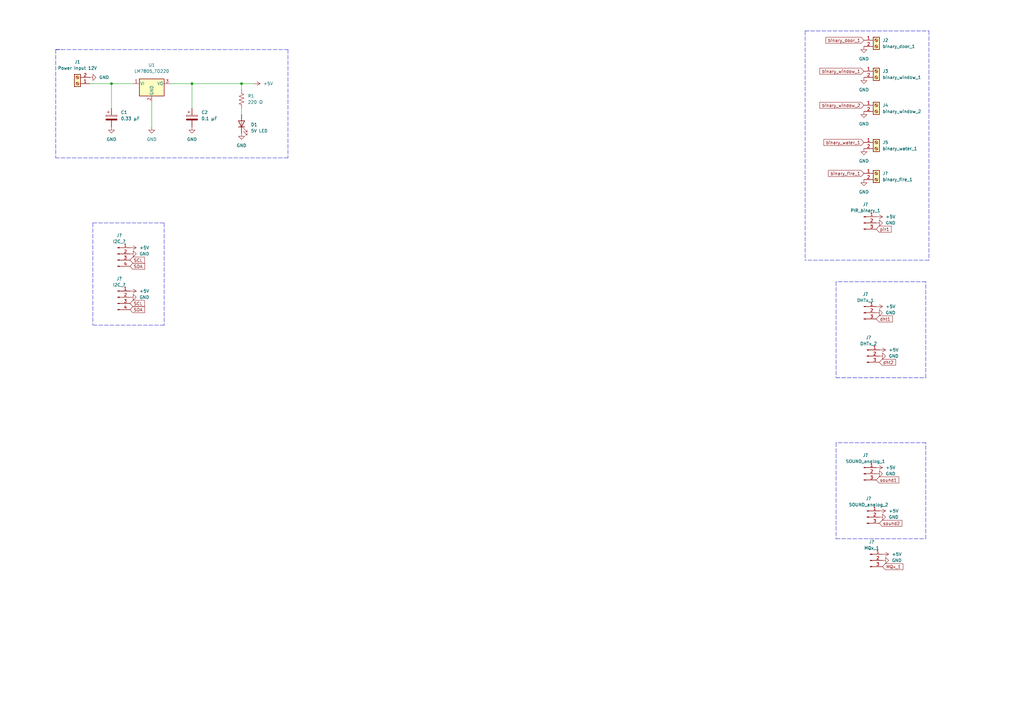
<source format=kicad_sch>
(kicad_sch (version 20211123) (generator eeschema)

  (uuid 1773c2c4-e33f-4fe4-b362-f068213ffb66)

  (paper "A3")

  (title_block
    (title "Akıllı Otel Sistemi PCB")
    (date "2022-07-22")
  )

  (lib_symbols
    (symbol "Connector:Conn_01x03_Male" (pin_names (offset 1.016) hide) (in_bom yes) (on_board yes)
      (property "Reference" "J" (id 0) (at 0 5.08 0)
        (effects (font (size 1.27 1.27)))
      )
      (property "Value" "Conn_01x03_Male" (id 1) (at 0 -5.08 0)
        (effects (font (size 1.27 1.27)))
      )
      (property "Footprint" "" (id 2) (at 0 0 0)
        (effects (font (size 1.27 1.27)) hide)
      )
      (property "Datasheet" "~" (id 3) (at 0 0 0)
        (effects (font (size 1.27 1.27)) hide)
      )
      (property "ki_keywords" "connector" (id 4) (at 0 0 0)
        (effects (font (size 1.27 1.27)) hide)
      )
      (property "ki_description" "Generic connector, single row, 01x03, script generated (kicad-library-utils/schlib/autogen/connector/)" (id 5) (at 0 0 0)
        (effects (font (size 1.27 1.27)) hide)
      )
      (property "ki_fp_filters" "Connector*:*_1x??_*" (id 6) (at 0 0 0)
        (effects (font (size 1.27 1.27)) hide)
      )
      (symbol "Conn_01x03_Male_1_1"
        (polyline
          (pts
            (xy 1.27 -2.54)
            (xy 0.8636 -2.54)
          )
          (stroke (width 0.1524) (type default) (color 0 0 0 0))
          (fill (type none))
        )
        (polyline
          (pts
            (xy 1.27 0)
            (xy 0.8636 0)
          )
          (stroke (width 0.1524) (type default) (color 0 0 0 0))
          (fill (type none))
        )
        (polyline
          (pts
            (xy 1.27 2.54)
            (xy 0.8636 2.54)
          )
          (stroke (width 0.1524) (type default) (color 0 0 0 0))
          (fill (type none))
        )
        (rectangle (start 0.8636 -2.413) (end 0 -2.667)
          (stroke (width 0.1524) (type default) (color 0 0 0 0))
          (fill (type outline))
        )
        (rectangle (start 0.8636 0.127) (end 0 -0.127)
          (stroke (width 0.1524) (type default) (color 0 0 0 0))
          (fill (type outline))
        )
        (rectangle (start 0.8636 2.667) (end 0 2.413)
          (stroke (width 0.1524) (type default) (color 0 0 0 0))
          (fill (type outline))
        )
        (pin passive line (at 5.08 2.54 180) (length 3.81)
          (name "Pin_1" (effects (font (size 1.27 1.27))))
          (number "1" (effects (font (size 1.27 1.27))))
        )
        (pin passive line (at 5.08 0 180) (length 3.81)
          (name "Pin_2" (effects (font (size 1.27 1.27))))
          (number "2" (effects (font (size 1.27 1.27))))
        )
        (pin passive line (at 5.08 -2.54 180) (length 3.81)
          (name "Pin_3" (effects (font (size 1.27 1.27))))
          (number "3" (effects (font (size 1.27 1.27))))
        )
      )
    )
    (symbol "Connector:Conn_01x04_Male" (pin_names (offset 1.016) hide) (in_bom yes) (on_board yes)
      (property "Reference" "J" (id 0) (at 0 5.08 0)
        (effects (font (size 1.27 1.27)))
      )
      (property "Value" "Conn_01x04_Male" (id 1) (at 0 -7.62 0)
        (effects (font (size 1.27 1.27)))
      )
      (property "Footprint" "" (id 2) (at 0 0 0)
        (effects (font (size 1.27 1.27)) hide)
      )
      (property "Datasheet" "~" (id 3) (at 0 0 0)
        (effects (font (size 1.27 1.27)) hide)
      )
      (property "ki_keywords" "connector" (id 4) (at 0 0 0)
        (effects (font (size 1.27 1.27)) hide)
      )
      (property "ki_description" "Generic connector, single row, 01x04, script generated (kicad-library-utils/schlib/autogen/connector/)" (id 5) (at 0 0 0)
        (effects (font (size 1.27 1.27)) hide)
      )
      (property "ki_fp_filters" "Connector*:*_1x??_*" (id 6) (at 0 0 0)
        (effects (font (size 1.27 1.27)) hide)
      )
      (symbol "Conn_01x04_Male_1_1"
        (polyline
          (pts
            (xy 1.27 -5.08)
            (xy 0.8636 -5.08)
          )
          (stroke (width 0.1524) (type default) (color 0 0 0 0))
          (fill (type none))
        )
        (polyline
          (pts
            (xy 1.27 -2.54)
            (xy 0.8636 -2.54)
          )
          (stroke (width 0.1524) (type default) (color 0 0 0 0))
          (fill (type none))
        )
        (polyline
          (pts
            (xy 1.27 0)
            (xy 0.8636 0)
          )
          (stroke (width 0.1524) (type default) (color 0 0 0 0))
          (fill (type none))
        )
        (polyline
          (pts
            (xy 1.27 2.54)
            (xy 0.8636 2.54)
          )
          (stroke (width 0.1524) (type default) (color 0 0 0 0))
          (fill (type none))
        )
        (rectangle (start 0.8636 -4.953) (end 0 -5.207)
          (stroke (width 0.1524) (type default) (color 0 0 0 0))
          (fill (type outline))
        )
        (rectangle (start 0.8636 -2.413) (end 0 -2.667)
          (stroke (width 0.1524) (type default) (color 0 0 0 0))
          (fill (type outline))
        )
        (rectangle (start 0.8636 0.127) (end 0 -0.127)
          (stroke (width 0.1524) (type default) (color 0 0 0 0))
          (fill (type outline))
        )
        (rectangle (start 0.8636 2.667) (end 0 2.413)
          (stroke (width 0.1524) (type default) (color 0 0 0 0))
          (fill (type outline))
        )
        (pin passive line (at 5.08 2.54 180) (length 3.81)
          (name "Pin_1" (effects (font (size 1.27 1.27))))
          (number "1" (effects (font (size 1.27 1.27))))
        )
        (pin passive line (at 5.08 0 180) (length 3.81)
          (name "Pin_2" (effects (font (size 1.27 1.27))))
          (number "2" (effects (font (size 1.27 1.27))))
        )
        (pin passive line (at 5.08 -2.54 180) (length 3.81)
          (name "Pin_3" (effects (font (size 1.27 1.27))))
          (number "3" (effects (font (size 1.27 1.27))))
        )
        (pin passive line (at 5.08 -5.08 180) (length 3.81)
          (name "Pin_4" (effects (font (size 1.27 1.27))))
          (number "4" (effects (font (size 1.27 1.27))))
        )
      )
    )
    (symbol "Connector:Screw_Terminal_01x02" (pin_names (offset 1.016) hide) (in_bom yes) (on_board yes)
      (property "Reference" "J" (id 0) (at 0 2.54 0)
        (effects (font (size 1.27 1.27)))
      )
      (property "Value" "Screw_Terminal_01x02" (id 1) (at 0 -5.08 0)
        (effects (font (size 1.27 1.27)))
      )
      (property "Footprint" "" (id 2) (at 0 0 0)
        (effects (font (size 1.27 1.27)) hide)
      )
      (property "Datasheet" "~" (id 3) (at 0 0 0)
        (effects (font (size 1.27 1.27)) hide)
      )
      (property "ki_keywords" "screw terminal" (id 4) (at 0 0 0)
        (effects (font (size 1.27 1.27)) hide)
      )
      (property "ki_description" "Generic screw terminal, single row, 01x02, script generated (kicad-library-utils/schlib/autogen/connector/)" (id 5) (at 0 0 0)
        (effects (font (size 1.27 1.27)) hide)
      )
      (property "ki_fp_filters" "TerminalBlock*:*" (id 6) (at 0 0 0)
        (effects (font (size 1.27 1.27)) hide)
      )
      (symbol "Screw_Terminal_01x02_1_1"
        (rectangle (start -1.27 1.27) (end 1.27 -3.81)
          (stroke (width 0.254) (type default) (color 0 0 0 0))
          (fill (type background))
        )
        (circle (center 0 -2.54) (radius 0.635)
          (stroke (width 0.1524) (type default) (color 0 0 0 0))
          (fill (type none))
        )
        (polyline
          (pts
            (xy -0.5334 -2.2098)
            (xy 0.3302 -3.048)
          )
          (stroke (width 0.1524) (type default) (color 0 0 0 0))
          (fill (type none))
        )
        (polyline
          (pts
            (xy -0.5334 0.3302)
            (xy 0.3302 -0.508)
          )
          (stroke (width 0.1524) (type default) (color 0 0 0 0))
          (fill (type none))
        )
        (polyline
          (pts
            (xy -0.3556 -2.032)
            (xy 0.508 -2.8702)
          )
          (stroke (width 0.1524) (type default) (color 0 0 0 0))
          (fill (type none))
        )
        (polyline
          (pts
            (xy -0.3556 0.508)
            (xy 0.508 -0.3302)
          )
          (stroke (width 0.1524) (type default) (color 0 0 0 0))
          (fill (type none))
        )
        (circle (center 0 0) (radius 0.635)
          (stroke (width 0.1524) (type default) (color 0 0 0 0))
          (fill (type none))
        )
        (pin passive line (at -5.08 0 0) (length 3.81)
          (name "Pin_1" (effects (font (size 1.27 1.27))))
          (number "1" (effects (font (size 1.27 1.27))))
        )
        (pin passive line (at -5.08 -2.54 0) (length 3.81)
          (name "Pin_2" (effects (font (size 1.27 1.27))))
          (number "2" (effects (font (size 1.27 1.27))))
        )
      )
    )
    (symbol "Device:C_Polarized" (pin_numbers hide) (pin_names (offset 0.254)) (in_bom yes) (on_board yes)
      (property "Reference" "C" (id 0) (at 0.635 2.54 0)
        (effects (font (size 1.27 1.27)) (justify left))
      )
      (property "Value" "C_Polarized" (id 1) (at 0.635 -2.54 0)
        (effects (font (size 1.27 1.27)) (justify left))
      )
      (property "Footprint" "" (id 2) (at 0.9652 -3.81 0)
        (effects (font (size 1.27 1.27)) hide)
      )
      (property "Datasheet" "~" (id 3) (at 0 0 0)
        (effects (font (size 1.27 1.27)) hide)
      )
      (property "ki_keywords" "cap capacitor" (id 4) (at 0 0 0)
        (effects (font (size 1.27 1.27)) hide)
      )
      (property "ki_description" "Polarized capacitor" (id 5) (at 0 0 0)
        (effects (font (size 1.27 1.27)) hide)
      )
      (property "ki_fp_filters" "CP_*" (id 6) (at 0 0 0)
        (effects (font (size 1.27 1.27)) hide)
      )
      (symbol "C_Polarized_0_1"
        (rectangle (start -2.286 0.508) (end 2.286 1.016)
          (stroke (width 0) (type default) (color 0 0 0 0))
          (fill (type none))
        )
        (polyline
          (pts
            (xy -1.778 2.286)
            (xy -0.762 2.286)
          )
          (stroke (width 0) (type default) (color 0 0 0 0))
          (fill (type none))
        )
        (polyline
          (pts
            (xy -1.27 2.794)
            (xy -1.27 1.778)
          )
          (stroke (width 0) (type default) (color 0 0 0 0))
          (fill (type none))
        )
        (rectangle (start 2.286 -0.508) (end -2.286 -1.016)
          (stroke (width 0) (type default) (color 0 0 0 0))
          (fill (type outline))
        )
      )
      (symbol "C_Polarized_1_1"
        (pin passive line (at 0 3.81 270) (length 2.794)
          (name "~" (effects (font (size 1.27 1.27))))
          (number "1" (effects (font (size 1.27 1.27))))
        )
        (pin passive line (at 0 -3.81 90) (length 2.794)
          (name "~" (effects (font (size 1.27 1.27))))
          (number "2" (effects (font (size 1.27 1.27))))
        )
      )
    )
    (symbol "Device:LED" (pin_numbers hide) (pin_names (offset 1.016) hide) (in_bom yes) (on_board yes)
      (property "Reference" "D" (id 0) (at 0 2.54 0)
        (effects (font (size 1.27 1.27)))
      )
      (property "Value" "LED" (id 1) (at 0 -2.54 0)
        (effects (font (size 1.27 1.27)))
      )
      (property "Footprint" "" (id 2) (at 0 0 0)
        (effects (font (size 1.27 1.27)) hide)
      )
      (property "Datasheet" "~" (id 3) (at 0 0 0)
        (effects (font (size 1.27 1.27)) hide)
      )
      (property "ki_keywords" "LED diode" (id 4) (at 0 0 0)
        (effects (font (size 1.27 1.27)) hide)
      )
      (property "ki_description" "Light emitting diode" (id 5) (at 0 0 0)
        (effects (font (size 1.27 1.27)) hide)
      )
      (property "ki_fp_filters" "LED* LED_SMD:* LED_THT:*" (id 6) (at 0 0 0)
        (effects (font (size 1.27 1.27)) hide)
      )
      (symbol "LED_0_1"
        (polyline
          (pts
            (xy -1.27 -1.27)
            (xy -1.27 1.27)
          )
          (stroke (width 0.254) (type default) (color 0 0 0 0))
          (fill (type none))
        )
        (polyline
          (pts
            (xy -1.27 0)
            (xy 1.27 0)
          )
          (stroke (width 0) (type default) (color 0 0 0 0))
          (fill (type none))
        )
        (polyline
          (pts
            (xy 1.27 -1.27)
            (xy 1.27 1.27)
            (xy -1.27 0)
            (xy 1.27 -1.27)
          )
          (stroke (width 0.254) (type default) (color 0 0 0 0))
          (fill (type none))
        )
        (polyline
          (pts
            (xy -3.048 -0.762)
            (xy -4.572 -2.286)
            (xy -3.81 -2.286)
            (xy -4.572 -2.286)
            (xy -4.572 -1.524)
          )
          (stroke (width 0) (type default) (color 0 0 0 0))
          (fill (type none))
        )
        (polyline
          (pts
            (xy -1.778 -0.762)
            (xy -3.302 -2.286)
            (xy -2.54 -2.286)
            (xy -3.302 -2.286)
            (xy -3.302 -1.524)
          )
          (stroke (width 0) (type default) (color 0 0 0 0))
          (fill (type none))
        )
      )
      (symbol "LED_1_1"
        (pin passive line (at -3.81 0 0) (length 2.54)
          (name "K" (effects (font (size 1.27 1.27))))
          (number "1" (effects (font (size 1.27 1.27))))
        )
        (pin passive line (at 3.81 0 180) (length 2.54)
          (name "A" (effects (font (size 1.27 1.27))))
          (number "2" (effects (font (size 1.27 1.27))))
        )
      )
    )
    (symbol "Device:R_US" (pin_numbers hide) (pin_names (offset 0)) (in_bom yes) (on_board yes)
      (property "Reference" "R" (id 0) (at 2.54 0 90)
        (effects (font (size 1.27 1.27)))
      )
      (property "Value" "R_US" (id 1) (at -2.54 0 90)
        (effects (font (size 1.27 1.27)))
      )
      (property "Footprint" "" (id 2) (at 1.016 -0.254 90)
        (effects (font (size 1.27 1.27)) hide)
      )
      (property "Datasheet" "~" (id 3) (at 0 0 0)
        (effects (font (size 1.27 1.27)) hide)
      )
      (property "ki_keywords" "R res resistor" (id 4) (at 0 0 0)
        (effects (font (size 1.27 1.27)) hide)
      )
      (property "ki_description" "Resistor, US symbol" (id 5) (at 0 0 0)
        (effects (font (size 1.27 1.27)) hide)
      )
      (property "ki_fp_filters" "R_*" (id 6) (at 0 0 0)
        (effects (font (size 1.27 1.27)) hide)
      )
      (symbol "R_US_0_1"
        (polyline
          (pts
            (xy 0 -2.286)
            (xy 0 -2.54)
          )
          (stroke (width 0) (type default) (color 0 0 0 0))
          (fill (type none))
        )
        (polyline
          (pts
            (xy 0 2.286)
            (xy 0 2.54)
          )
          (stroke (width 0) (type default) (color 0 0 0 0))
          (fill (type none))
        )
        (polyline
          (pts
            (xy 0 -0.762)
            (xy 1.016 -1.143)
            (xy 0 -1.524)
            (xy -1.016 -1.905)
            (xy 0 -2.286)
          )
          (stroke (width 0) (type default) (color 0 0 0 0))
          (fill (type none))
        )
        (polyline
          (pts
            (xy 0 0.762)
            (xy 1.016 0.381)
            (xy 0 0)
            (xy -1.016 -0.381)
            (xy 0 -0.762)
          )
          (stroke (width 0) (type default) (color 0 0 0 0))
          (fill (type none))
        )
        (polyline
          (pts
            (xy 0 2.286)
            (xy 1.016 1.905)
            (xy 0 1.524)
            (xy -1.016 1.143)
            (xy 0 0.762)
          )
          (stroke (width 0) (type default) (color 0 0 0 0))
          (fill (type none))
        )
      )
      (symbol "R_US_1_1"
        (pin passive line (at 0 3.81 270) (length 1.27)
          (name "~" (effects (font (size 1.27 1.27))))
          (number "1" (effects (font (size 1.27 1.27))))
        )
        (pin passive line (at 0 -3.81 90) (length 1.27)
          (name "~" (effects (font (size 1.27 1.27))))
          (number "2" (effects (font (size 1.27 1.27))))
        )
      )
    )
    (symbol "Regulator_Linear:LM7805_TO220" (pin_names (offset 0.254)) (in_bom yes) (on_board yes)
      (property "Reference" "U" (id 0) (at -3.81 3.175 0)
        (effects (font (size 1.27 1.27)))
      )
      (property "Value" "LM7805_TO220" (id 1) (at 0 3.175 0)
        (effects (font (size 1.27 1.27)) (justify left))
      )
      (property "Footprint" "Package_TO_SOT_THT:TO-220-3_Vertical" (id 2) (at 0 5.715 0)
        (effects (font (size 1.27 1.27) italic) hide)
      )
      (property "Datasheet" "https://www.onsemi.cn/PowerSolutions/document/MC7800-D.PDF" (id 3) (at 0 -1.27 0)
        (effects (font (size 1.27 1.27)) hide)
      )
      (property "ki_keywords" "Voltage Regulator 1A Positive" (id 4) (at 0 0 0)
        (effects (font (size 1.27 1.27)) hide)
      )
      (property "ki_description" "Positive 1A 35V Linear Regulator, Fixed Output 5V, TO-220" (id 5) (at 0 0 0)
        (effects (font (size 1.27 1.27)) hide)
      )
      (property "ki_fp_filters" "TO?220*" (id 6) (at 0 0 0)
        (effects (font (size 1.27 1.27)) hide)
      )
      (symbol "LM7805_TO220_0_1"
        (rectangle (start -5.08 1.905) (end 5.08 -5.08)
          (stroke (width 0.254) (type default) (color 0 0 0 0))
          (fill (type background))
        )
      )
      (symbol "LM7805_TO220_1_1"
        (pin power_in line (at -7.62 0 0) (length 2.54)
          (name "VI" (effects (font (size 1.27 1.27))))
          (number "1" (effects (font (size 1.27 1.27))))
        )
        (pin power_in line (at 0 -7.62 90) (length 2.54)
          (name "GND" (effects (font (size 1.27 1.27))))
          (number "2" (effects (font (size 1.27 1.27))))
        )
        (pin power_out line (at 7.62 0 180) (length 2.54)
          (name "VO" (effects (font (size 1.27 1.27))))
          (number "3" (effects (font (size 1.27 1.27))))
        )
      )
    )
    (symbol "power:+5V" (power) (pin_names (offset 0)) (in_bom yes) (on_board yes)
      (property "Reference" "#PWR" (id 0) (at 0 -3.81 0)
        (effects (font (size 1.27 1.27)) hide)
      )
      (property "Value" "+5V" (id 1) (at 0 3.556 0)
        (effects (font (size 1.27 1.27)))
      )
      (property "Footprint" "" (id 2) (at 0 0 0)
        (effects (font (size 1.27 1.27)) hide)
      )
      (property "Datasheet" "" (id 3) (at 0 0 0)
        (effects (font (size 1.27 1.27)) hide)
      )
      (property "ki_keywords" "power-flag" (id 4) (at 0 0 0)
        (effects (font (size 1.27 1.27)) hide)
      )
      (property "ki_description" "Power symbol creates a global label with name \"+5V\"" (id 5) (at 0 0 0)
        (effects (font (size 1.27 1.27)) hide)
      )
      (symbol "+5V_0_1"
        (polyline
          (pts
            (xy -0.762 1.27)
            (xy 0 2.54)
          )
          (stroke (width 0) (type default) (color 0 0 0 0))
          (fill (type none))
        )
        (polyline
          (pts
            (xy 0 0)
            (xy 0 2.54)
          )
          (stroke (width 0) (type default) (color 0 0 0 0))
          (fill (type none))
        )
        (polyline
          (pts
            (xy 0 2.54)
            (xy 0.762 1.27)
          )
          (stroke (width 0) (type default) (color 0 0 0 0))
          (fill (type none))
        )
      )
      (symbol "+5V_1_1"
        (pin power_in line (at 0 0 90) (length 0) hide
          (name "+5V" (effects (font (size 1.27 1.27))))
          (number "1" (effects (font (size 1.27 1.27))))
        )
      )
    )
    (symbol "power:GND" (power) (pin_names (offset 0)) (in_bom yes) (on_board yes)
      (property "Reference" "#PWR" (id 0) (at 0 -6.35 0)
        (effects (font (size 1.27 1.27)) hide)
      )
      (property "Value" "GND" (id 1) (at 0 -3.81 0)
        (effects (font (size 1.27 1.27)))
      )
      (property "Footprint" "" (id 2) (at 0 0 0)
        (effects (font (size 1.27 1.27)) hide)
      )
      (property "Datasheet" "" (id 3) (at 0 0 0)
        (effects (font (size 1.27 1.27)) hide)
      )
      (property "ki_keywords" "power-flag" (id 4) (at 0 0 0)
        (effects (font (size 1.27 1.27)) hide)
      )
      (property "ki_description" "Power symbol creates a global label with name \"GND\" , ground" (id 5) (at 0 0 0)
        (effects (font (size 1.27 1.27)) hide)
      )
      (symbol "GND_0_1"
        (polyline
          (pts
            (xy 0 0)
            (xy 0 -1.27)
            (xy 1.27 -1.27)
            (xy 0 -2.54)
            (xy -1.27 -1.27)
            (xy 0 -1.27)
          )
          (stroke (width 0) (type default) (color 0 0 0 0))
          (fill (type none))
        )
      )
      (symbol "GND_1_1"
        (pin power_in line (at 0 0 270) (length 0) hide
          (name "GND" (effects (font (size 1.27 1.27))))
          (number "1" (effects (font (size 1.27 1.27))))
        )
      )
    )
  )

  (junction (at 99.06 34.29) (diameter 0) (color 0 0 0 0)
    (uuid 1ae2ccd0-e479-4b25-b2b2-b9adbadaea35)
  )
  (junction (at 78.74 34.29) (diameter 0) (color 0 0 0 0)
    (uuid 69ccf0d7-b407-4399-abdf-42ea0f51be78)
  )
  (junction (at 45.72 34.29) (diameter 0) (color 0 0 0 0)
    (uuid f8406b63-487f-4371-96fa-22b00ab6e047)
  )

  (polyline (pts (xy 22.86 20.32) (xy 25.4 20.32))
    (stroke (width 0) (type default) (color 0 0 0 0))
    (uuid 00b19eb3-8c4e-4355-b8f9-954b5d52862f)
  )
  (polyline (pts (xy 118.11 20.32) (xy 118.11 64.77))
    (stroke (width 0) (type default) (color 0 0 0 0))
    (uuid 10b76613-1b13-43ce-a4fd-68538cc47d88)
  )
  (polyline (pts (xy 381 106.68) (xy 330.2 106.68))
    (stroke (width 0) (type default) (color 0 0 0 0))
    (uuid 131090aa-f8f3-49e7-8fb0-44b591e23ce1)
  )

  (wire (pts (xy 62.23 41.91) (xy 62.23 52.07))
    (stroke (width 0) (type default) (color 0 0 0 0))
    (uuid 2c7156dc-8ee0-4805-99a9-2fd79c062a44)
  )
  (wire (pts (xy 99.06 44.45) (xy 99.06 46.99))
    (stroke (width 0) (type default) (color 0 0 0 0))
    (uuid 2c99b5d6-cab9-42dd-8347-705b70073301)
  )
  (polyline (pts (xy 22.86 20.32) (xy 22.86 64.77))
    (stroke (width 0) (type default) (color 0 0 0 0))
    (uuid 2f881efa-72e4-497f-ab87-5f82271677e1)
  )
  (polyline (pts (xy 38.1 91.44) (xy 38.1 133.35))
    (stroke (width 0) (type default) (color 0 0 0 0))
    (uuid 3a633919-b1dd-4aa0-8377-f6562a0593f4)
  )

  (wire (pts (xy 99.06 34.29) (xy 104.14 34.29))
    (stroke (width 0) (type default) (color 0 0 0 0))
    (uuid 42df537f-aa64-48e4-b111-cb46638f350f)
  )
  (polyline (pts (xy 381 12.7) (xy 381 106.68))
    (stroke (width 0) (type default) (color 0 0 0 0))
    (uuid 44936b52-3812-464b-8b9c-ee6211c7d9c7)
  )
  (polyline (pts (xy 22.86 20.32) (xy 118.11 20.32))
    (stroke (width 0) (type default) (color 0 0 0 0))
    (uuid 4616f78c-017f-4980-b1b1-dba6e4e0722e)
  )

  (wire (pts (xy 78.74 34.29) (xy 99.06 34.29))
    (stroke (width 0) (type default) (color 0 0 0 0))
    (uuid 4bbddfdf-40c7-4e19-b0ad-707b4e90c71d)
  )
  (wire (pts (xy 45.72 34.29) (xy 45.72 44.45))
    (stroke (width 0) (type default) (color 0 0 0 0))
    (uuid 5e062f72-5a31-4a80-ac0c-3558293cc0dc)
  )
  (wire (pts (xy 36.83 34.29) (xy 45.72 34.29))
    (stroke (width 0) (type default) (color 0 0 0 0))
    (uuid 64b00b9e-0500-47cc-ab0b-56eed8b2d748)
  )
  (polyline (pts (xy 67.31 133.35) (xy 38.1 133.35))
    (stroke (width 0) (type default) (color 0 0 0 0))
    (uuid 716edfae-efde-405a-96af-58a9e04fc65b)
  )

  (wire (pts (xy 99.06 34.29) (xy 99.06 36.83))
    (stroke (width 0) (type default) (color 0 0 0 0))
    (uuid 71b6ff90-5a19-4411-a707-c0a09c4ef912)
  )
  (polyline (pts (xy 38.1 91.44) (xy 67.31 91.44))
    (stroke (width 0) (type default) (color 0 0 0 0))
    (uuid 7472de40-7911-423d-8379-182c3805a9ef)
  )

  (wire (pts (xy 45.72 34.29) (xy 54.61 34.29))
    (stroke (width 0) (type default) (color 0 0 0 0))
    (uuid 759939b7-92f1-404a-a68f-3b6bb0b7098b)
  )
  (polyline (pts (xy 342.9 115.57) (xy 342.9 154.94))
    (stroke (width 0) (type default) (color 0 0 0 0))
    (uuid 9fcc69d7-5d90-4e31-a33b-c6e64ce44d4c)
  )
  (polyline (pts (xy 330.2 12.7) (xy 381 12.7))
    (stroke (width 0) (type default) (color 0 0 0 0))
    (uuid a49ab376-ac2b-42d2-8bde-9a6dd43f1bce)
  )
  (polyline (pts (xy 379.73 181.61) (xy 342.9 181.61))
    (stroke (width 0) (type default) (color 0 0 0 0))
    (uuid b05d0d03-2660-44d7-b1ee-037e2d288f84)
  )
  (polyline (pts (xy 342.9 220.98) (xy 379.73 220.98))
    (stroke (width 0) (type default) (color 0 0 0 0))
    (uuid b36c58b2-8b2a-4b1f-bbaf-f5a1e9d01086)
  )

  (wire (pts (xy 78.74 44.45) (xy 78.74 34.29))
    (stroke (width 0) (type default) (color 0 0 0 0))
    (uuid d0869211-7bb4-464d-88b6-8f370432ffe5)
  )
  (polyline (pts (xy 379.73 220.98) (xy 379.73 181.61))
    (stroke (width 0) (type default) (color 0 0 0 0))
    (uuid d1f70e08-b837-4ab6-9b47-2b60668f2ab8)
  )

  (wire (pts (xy 69.85 34.29) (xy 78.74 34.29))
    (stroke (width 0) (type default) (color 0 0 0 0))
    (uuid d27a5901-7598-43b5-a1ab-5a3270e61081)
  )
  (polyline (pts (xy 342.9 154.94) (xy 379.73 154.94))
    (stroke (width 0) (type default) (color 0 0 0 0))
    (uuid d54c1e48-2032-45f8-81d8-3bc368469696)
  )
  (polyline (pts (xy 118.11 64.77) (xy 22.86 64.77))
    (stroke (width 0) (type default) (color 0 0 0 0))
    (uuid d646b33f-87f0-4fde-a52e-466bf404b6b3)
  )
  (polyline (pts (xy 67.31 91.44) (xy 67.31 133.35))
    (stroke (width 0) (type default) (color 0 0 0 0))
    (uuid dc7491db-7677-4d34-b4ba-cd98f98a9e1d)
  )
  (polyline (pts (xy 379.73 115.57) (xy 342.9 115.57))
    (stroke (width 0) (type default) (color 0 0 0 0))
    (uuid e45dbd9f-7d11-4f93-b0d7-98093b1df718)
  )
  (polyline (pts (xy 330.2 12.7) (xy 330.2 106.68))
    (stroke (width 0) (type default) (color 0 0 0 0))
    (uuid e73e8d14-f8ff-44cf-8964-8c537807ff66)
  )
  (polyline (pts (xy 379.73 154.94) (xy 379.73 115.57))
    (stroke (width 0) (type default) (color 0 0 0 0))
    (uuid ea8561b5-17e0-40ea-9276-7f5b73ca7d8a)
  )
  (polyline (pts (xy 342.9 181.61) (xy 342.9 220.98))
    (stroke (width 0) (type default) (color 0 0 0 0))
    (uuid fff7b0d5-e3a7-4c55-acc8-e3bad1ad240b)
  )

  (global_label "pir1" (shape input) (at 359.41 93.98 0) (fields_autoplaced)
    (effects (font (size 1.27 1.27)) (justify left))
    (uuid 200bd6e1-4d3b-4cca-a0ea-75e5d38440d7)
    (property "Intersheet References" "${INTERSHEET_REFS}" (id 0) (at 365.5726 93.9006 0)
      (effects (font (size 1.27 1.27)) (justify left) hide)
    )
  )
  (global_label "binary_window_2" (shape input) (at 354.33 43.18 180) (fields_autoplaced)
    (effects (font (size 1.27 1.27)) (justify right))
    (uuid 2121a73b-682d-4cfe-8d6d-8066bb6a560a)
    (property "Intersheet References" "${INTERSHEET_REFS}" (id 0) (at 336.2536 43.1006 0)
      (effects (font (size 1.27 1.27)) (justify right) hide)
    )
  )
  (global_label "binary_door_1" (shape input) (at 354.33 16.51 180) (fields_autoplaced)
    (effects (font (size 1.27 1.27)) (justify right))
    (uuid 2632e09e-848b-4944-ba0a-ce7a4a56b140)
    (property "Intersheet References" "${INTERSHEET_REFS}" (id 0) (at 338.7331 16.4306 0)
      (effects (font (size 1.27 1.27)) (justify right) hide)
    )
  )
  (global_label "binary_water_1" (shape input) (at 354.33 58.42 180) (fields_autoplaced)
    (effects (font (size 1.27 1.27)) (justify right))
    (uuid 26779e03-6d8e-4f75-99f1-aaa975552337)
    (property "Intersheet References" "${INTERSHEET_REFS}" (id 0) (at 337.8864 58.3406 0)
      (effects (font (size 1.27 1.27)) (justify right) hide)
    )
  )
  (global_label "sound1" (shape input) (at 359.41 196.85 0) (fields_autoplaced)
    (effects (font (size 1.27 1.27)) (justify left))
    (uuid 4461a221-44fc-4893-9a52-7f97576b0044)
    (property "Intersheet References" "${INTERSHEET_REFS}" (id 0) (at 368.6569 196.7706 0)
      (effects (font (size 1.27 1.27)) (justify left) hide)
    )
  )
  (global_label "SDA" (shape input) (at 53.34 127 0) (fields_autoplaced)
    (effects (font (size 1.27 1.27)) (justify left))
    (uuid 4ad2e7f0-6921-4539-80b7-68341b1356f7)
    (property "Intersheet References" "${INTERSHEET_REFS}" (id 0) (at 59.3212 126.9206 0)
      (effects (font (size 1.27 1.27)) (justify left) hide)
    )
  )
  (global_label "sound2" (shape input) (at 360.68 214.63 0) (fields_autoplaced)
    (effects (font (size 1.27 1.27)) (justify left))
    (uuid 4dbca3f8-c2d7-43b3-9c44-e19339181ae9)
    (property "Intersheet References" "${INTERSHEET_REFS}" (id 0) (at 369.9269 214.5506 0)
      (effects (font (size 1.27 1.27)) (justify left) hide)
    )
  )
  (global_label "dht2" (shape input) (at 360.68 148.59 0) (fields_autoplaced)
    (effects (font (size 1.27 1.27)) (justify left))
    (uuid 694e8936-fb25-4e7c-bb11-7acfde00b3cc)
    (property "Intersheet References" "${INTERSHEET_REFS}" (id 0) (at 367.3264 148.5106 0)
      (effects (font (size 1.27 1.27)) (justify left) hide)
    )
  )
  (global_label "binary_window_1" (shape input) (at 354.33 29.21 180) (fields_autoplaced)
    (effects (font (size 1.27 1.27)) (justify right))
    (uuid 6bee3a86-8fc0-402f-87a3-a637ae374df3)
    (property "Intersheet References" "${INTERSHEET_REFS}" (id 0) (at 336.2536 29.1306 0)
      (effects (font (size 1.27 1.27)) (justify right) hide)
    )
  )
  (global_label "SCL" (shape input) (at 53.34 124.46 0) (fields_autoplaced)
    (effects (font (size 1.27 1.27)) (justify left))
    (uuid 94ecfcff-64c7-45e1-afa3-7a4308f3f078)
    (property "Intersheet References" "${INTERSHEET_REFS}" (id 0) (at 59.2607 124.3806 0)
      (effects (font (size 1.27 1.27)) (justify left) hide)
    )
  )
  (global_label "SDA" (shape input) (at 53.34 109.22 0) (fields_autoplaced)
    (effects (font (size 1.27 1.27)) (justify left))
    (uuid ba2fdcb4-5cf9-4565-8d7b-6f9e43411ffd)
    (property "Intersheet References" "${INTERSHEET_REFS}" (id 0) (at 59.3212 109.1406 0)
      (effects (font (size 1.27 1.27)) (justify left) hide)
    )
  )
  (global_label "SCL" (shape input) (at 53.34 106.68 0) (fields_autoplaced)
    (effects (font (size 1.27 1.27)) (justify left))
    (uuid c113efaa-4e72-425e-9acb-5c7805711e65)
    (property "Intersheet References" "${INTERSHEET_REFS}" (id 0) (at 59.2607 106.6006 0)
      (effects (font (size 1.27 1.27)) (justify left) hide)
    )
  )
  (global_label "binary_fire_1" (shape input) (at 354.33 71.12 180) (fields_autoplaced)
    (effects (font (size 1.27 1.27)) (justify right))
    (uuid d6f72eac-87f0-40ea-9deb-23f261accdb0)
    (property "Intersheet References" "${INTERSHEET_REFS}" (id 0) (at 339.7612 71.0406 0)
      (effects (font (size 1.27 1.27)) (justify right) hide)
    )
  )
  (global_label "dht1" (shape input) (at 359.41 130.81 0) (fields_autoplaced)
    (effects (font (size 1.27 1.27)) (justify left))
    (uuid e9b9bd1b-77ab-409a-9ff7-c064b15359a9)
    (property "Intersheet References" "${INTERSHEET_REFS}" (id 0) (at 366.0564 130.7306 0)
      (effects (font (size 1.27 1.27)) (justify left) hide)
    )
  )
  (global_label "MQx_1" (shape input) (at 361.95 232.41 0) (fields_autoplaced)
    (effects (font (size 1.27 1.27)) (justify left))
    (uuid f860710a-accc-46c8-994e-92abc01411d9)
    (property "Intersheet References" "${INTERSHEET_REFS}" (id 0) (at 370.3502 232.3306 0)
      (effects (font (size 1.27 1.27)) (justify left) hide)
    )
  )

  (symbol (lib_id "power:GND") (at 45.72 52.07 0) (unit 1)
    (in_bom yes) (on_board yes) (fields_autoplaced)
    (uuid 0327769f-bca6-47c0-8b41-06547fc9bbc8)
    (property "Reference" "#PWR0101" (id 0) (at 45.72 58.42 0)
      (effects (font (size 1.27 1.27)) hide)
    )
    (property "Value" "GND" (id 1) (at 45.72 57.15 0))
    (property "Footprint" "" (id 2) (at 45.72 52.07 0)
      (effects (font (size 1.27 1.27)) hide)
    )
    (property "Datasheet" "" (id 3) (at 45.72 52.07 0)
      (effects (font (size 1.27 1.27)) hide)
    )
    (pin "1" (uuid 9f4a6d94-c00a-49fe-aec2-7ee68dc16618))
  )

  (symbol (lib_id "power:GND") (at 361.95 229.87 90) (unit 1)
    (in_bom yes) (on_board yes) (fields_autoplaced)
    (uuid 095be644-41ad-48d5-966f-5c4595ebf469)
    (property "Reference" "#PWR?" (id 0) (at 368.3 229.87 0)
      (effects (font (size 1.27 1.27)) hide)
    )
    (property "Value" "GND" (id 1) (at 365.76 229.8699 90)
      (effects (font (size 1.27 1.27)) (justify right))
    )
    (property "Footprint" "" (id 2) (at 361.95 229.87 0)
      (effects (font (size 1.27 1.27)) hide)
    )
    (property "Datasheet" "" (id 3) (at 361.95 229.87 0)
      (effects (font (size 1.27 1.27)) hide)
    )
    (pin "1" (uuid ef5333a8-504d-4e3e-af44-d126d8b038c5))
  )

  (symbol (lib_id "power:GND") (at 359.41 194.31 90) (unit 1)
    (in_bom yes) (on_board yes) (fields_autoplaced)
    (uuid 1e2f0539-b1dd-4788-8b20-d705c81979bd)
    (property "Reference" "#PWR?" (id 0) (at 365.76 194.31 0)
      (effects (font (size 1.27 1.27)) hide)
    )
    (property "Value" "GND" (id 1) (at 363.22 194.3099 90)
      (effects (font (size 1.27 1.27)) (justify right))
    )
    (property "Footprint" "" (id 2) (at 359.41 194.31 0)
      (effects (font (size 1.27 1.27)) hide)
    )
    (property "Datasheet" "" (id 3) (at 359.41 194.31 0)
      (effects (font (size 1.27 1.27)) hide)
    )
    (pin "1" (uuid 7516f9c4-9b90-4bfa-97bb-6c46264fa312))
  )

  (symbol (lib_id "power:+5V") (at 104.14 34.29 270) (unit 1)
    (in_bom yes) (on_board yes) (fields_autoplaced)
    (uuid 38ca0d05-e9cf-4baa-be28-bf10f8cb5221)
    (property "Reference" "#PWR0105" (id 0) (at 100.33 34.29 0)
      (effects (font (size 1.27 1.27)) hide)
    )
    (property "Value" "+5V" (id 1) (at 107.95 34.2899 90)
      (effects (font (size 1.27 1.27)) (justify left))
    )
    (property "Footprint" "" (id 2) (at 104.14 34.29 0)
      (effects (font (size 1.27 1.27)) hide)
    )
    (property "Datasheet" "" (id 3) (at 104.14 34.29 0)
      (effects (font (size 1.27 1.27)) hide)
    )
    (pin "1" (uuid 36c13ba1-6de4-480b-ab17-d5d0ea742692))
  )

  (symbol (lib_id "power:GND") (at 99.06 54.61 0) (unit 1)
    (in_bom yes) (on_board yes)
    (uuid 3a413aaf-2972-4ecf-973a-3dde2e9e8b7d)
    (property "Reference" "#PWR0107" (id 0) (at 99.06 60.96 0)
      (effects (font (size 1.27 1.27)) hide)
    )
    (property "Value" "GND" (id 1) (at 99.06 59.69 0))
    (property "Footprint" "" (id 2) (at 99.06 54.61 0)
      (effects (font (size 1.27 1.27)) hide)
    )
    (property "Datasheet" "" (id 3) (at 99.06 54.61 0)
      (effects (font (size 1.27 1.27)) hide)
    )
    (pin "1" (uuid 7a00534c-e7cf-4ff5-9a48-3a02d3104fd2))
  )

  (symbol (lib_id "power:GND") (at 36.83 31.75 90) (unit 1)
    (in_bom yes) (on_board yes) (fields_autoplaced)
    (uuid 405bbd8e-95df-497c-93b6-0a56b3ca7e5e)
    (property "Reference" "#PWR0103" (id 0) (at 43.18 31.75 0)
      (effects (font (size 1.27 1.27)) hide)
    )
    (property "Value" "GND" (id 1) (at 40.64 31.7499 90)
      (effects (font (size 1.27 1.27)) (justify right))
    )
    (property "Footprint" "" (id 2) (at 36.83 31.75 0)
      (effects (font (size 1.27 1.27)) hide)
    )
    (property "Datasheet" "" (id 3) (at 36.83 31.75 0)
      (effects (font (size 1.27 1.27)) hide)
    )
    (pin "1" (uuid 376363a6-1a0c-4685-bcb8-366c5b929631))
  )

  (symbol (lib_id "Connector:Screw_Terminal_01x02") (at 359.41 29.21 0) (unit 1)
    (in_bom yes) (on_board yes) (fields_autoplaced)
    (uuid 41739d24-9b43-45a1-be23-3df32afb991c)
    (property "Reference" "J3" (id 0) (at 361.95 29.2099 0)
      (effects (font (size 1.27 1.27)) (justify left))
    )
    (property "Value" "binary_window_1" (id 1) (at 361.95 31.7499 0)
      (effects (font (size 1.27 1.27)) (justify left))
    )
    (property "Footprint" "TerminalBlock:TerminalBlock_bornier-2_P5.08mm" (id 2) (at 359.41 29.21 0)
      (effects (font (size 1.27 1.27)) hide)
    )
    (property "Datasheet" "~" (id 3) (at 359.41 29.21 0)
      (effects (font (size 1.27 1.27)) hide)
    )
    (pin "1" (uuid d883b3b8-5d49-4405-a3e8-b0454d285c33))
    (pin "2" (uuid 60862d56-9f07-4a21-bd2d-c315d7d415ab))
  )

  (symbol (lib_id "Connector:Screw_Terminal_01x02") (at 31.75 34.29 180) (unit 1)
    (in_bom yes) (on_board yes) (fields_autoplaced)
    (uuid 46989f72-f797-48b4-8670-81391f5dbd5c)
    (property "Reference" "J1" (id 0) (at 31.75 25.4 0))
    (property "Value" "Power Input 12V" (id 1) (at 31.75 27.94 0))
    (property "Footprint" "TerminalBlock:TerminalBlock_bornier-2_P5.08mm" (id 2) (at 31.75 34.29 0)
      (effects (font (size 1.27 1.27)) hide)
    )
    (property "Datasheet" "~" (id 3) (at 31.75 34.29 0)
      (effects (font (size 1.27 1.27)) hide)
    )
    (pin "1" (uuid d3357f67-2411-4938-849a-918dbaba3e0d))
    (pin "2" (uuid dcf3b101-5c52-46ce-9170-ae087f1b0d87))
  )

  (symbol (lib_id "power:+5V") (at 359.41 125.73 270) (unit 1)
    (in_bom yes) (on_board yes) (fields_autoplaced)
    (uuid 58c810da-6a86-47d0-b271-19b6127f0370)
    (property "Reference" "#PWR?" (id 0) (at 355.6 125.73 0)
      (effects (font (size 1.27 1.27)) hide)
    )
    (property "Value" "+5V" (id 1) (at 363.22 125.7299 90)
      (effects (font (size 1.27 1.27)) (justify left))
    )
    (property "Footprint" "" (id 2) (at 359.41 125.73 0)
      (effects (font (size 1.27 1.27)) hide)
    )
    (property "Datasheet" "" (id 3) (at 359.41 125.73 0)
      (effects (font (size 1.27 1.27)) hide)
    )
    (pin "1" (uuid 5b736a89-be00-4ee2-af94-75212c82697b))
  )

  (symbol (lib_id "Connector:Screw_Terminal_01x02") (at 359.41 43.18 0) (unit 1)
    (in_bom yes) (on_board yes) (fields_autoplaced)
    (uuid 58eb984b-71a3-4820-b8f8-79e88bf38aba)
    (property "Reference" "J4" (id 0) (at 361.95 43.1799 0)
      (effects (font (size 1.27 1.27)) (justify left))
    )
    (property "Value" "binary_window_2" (id 1) (at 361.95 45.7199 0)
      (effects (font (size 1.27 1.27)) (justify left))
    )
    (property "Footprint" "TerminalBlock:TerminalBlock_bornier-2_P5.08mm" (id 2) (at 359.41 43.18 0)
      (effects (font (size 1.27 1.27)) hide)
    )
    (property "Datasheet" "~" (id 3) (at 359.41 43.18 0)
      (effects (font (size 1.27 1.27)) hide)
    )
    (pin "1" (uuid 4c35fc7b-aab7-4a31-95f9-daed089e96ec))
    (pin "2" (uuid f4b14468-cc3b-4ded-abed-341dfdce9911))
  )

  (symbol (lib_id "power:+5V") (at 53.34 101.6 270) (unit 1)
    (in_bom yes) (on_board yes) (fields_autoplaced)
    (uuid 5e185788-9a97-45ae-a066-0168fc7dc291)
    (property "Reference" "#PWR?" (id 0) (at 49.53 101.6 0)
      (effects (font (size 1.27 1.27)) hide)
    )
    (property "Value" "+5V" (id 1) (at 57.15 101.5999 90)
      (effects (font (size 1.27 1.27)) (justify left))
    )
    (property "Footprint" "" (id 2) (at 53.34 101.6 0)
      (effects (font (size 1.27 1.27)) hide)
    )
    (property "Datasheet" "" (id 3) (at 53.34 101.6 0)
      (effects (font (size 1.27 1.27)) hide)
    )
    (pin "1" (uuid 5acefd5d-f0e5-4572-822e-1e2f0a3be171))
  )

  (symbol (lib_id "Connector:Conn_01x03_Male") (at 355.6 212.09 0) (unit 1)
    (in_bom yes) (on_board yes) (fields_autoplaced)
    (uuid 61c82b57-564d-4b96-82b5-4e0cdc6cff8f)
    (property "Reference" "J?" (id 0) (at 356.235 204.47 0))
    (property "Value" "SOUND_analog_2" (id 1) (at 356.235 207.01 0))
    (property "Footprint" "" (id 2) (at 355.6 212.09 0)
      (effects (font (size 1.27 1.27)) hide)
    )
    (property "Datasheet" "~" (id 3) (at 355.6 212.09 0)
      (effects (font (size 1.27 1.27)) hide)
    )
    (pin "1" (uuid 40a70d23-ca68-4abe-9d4c-13308890b2b1))
    (pin "2" (uuid 4a79fb4a-9192-4f28-8b97-a689331387c4))
    (pin "3" (uuid 8c70999b-3217-4edb-8de2-c4462abdf32b))
  )

  (symbol (lib_id "power:GND") (at 354.33 45.72 0) (unit 1)
    (in_bom yes) (on_board yes) (fields_autoplaced)
    (uuid 66172340-8bb0-4b93-844e-d08cfc42bba5)
    (property "Reference" "#PWR0109" (id 0) (at 354.33 52.07 0)
      (effects (font (size 1.27 1.27)) hide)
    )
    (property "Value" "GND" (id 1) (at 354.33 50.8 0))
    (property "Footprint" "" (id 2) (at 354.33 45.72 0)
      (effects (font (size 1.27 1.27)) hide)
    )
    (property "Datasheet" "" (id 3) (at 354.33 45.72 0)
      (effects (font (size 1.27 1.27)) hide)
    )
    (pin "1" (uuid 8401f538-385b-4176-996e-c5377520f2c9))
  )

  (symbol (lib_id "power:+5V") (at 53.34 119.38 270) (unit 1)
    (in_bom yes) (on_board yes) (fields_autoplaced)
    (uuid 69c9bb7c-d1bd-4aa3-bc9e-7d301453052e)
    (property "Reference" "#PWR?" (id 0) (at 49.53 119.38 0)
      (effects (font (size 1.27 1.27)) hide)
    )
    (property "Value" "+5V" (id 1) (at 57.15 119.3799 90)
      (effects (font (size 1.27 1.27)) (justify left))
    )
    (property "Footprint" "" (id 2) (at 53.34 119.38 0)
      (effects (font (size 1.27 1.27)) hide)
    )
    (property "Datasheet" "" (id 3) (at 53.34 119.38 0)
      (effects (font (size 1.27 1.27)) hide)
    )
    (pin "1" (uuid cd73265e-d76a-4632-ab09-6e2abe926b45))
  )

  (symbol (lib_id "power:GND") (at 360.68 146.05 90) (unit 1)
    (in_bom yes) (on_board yes) (fields_autoplaced)
    (uuid 6d0fdc29-ede2-4579-bcd2-ced8b2ee8b01)
    (property "Reference" "#PWR?" (id 0) (at 367.03 146.05 0)
      (effects (font (size 1.27 1.27)) hide)
    )
    (property "Value" "GND" (id 1) (at 364.49 146.0499 90)
      (effects (font (size 1.27 1.27)) (justify right))
    )
    (property "Footprint" "" (id 2) (at 360.68 146.05 0)
      (effects (font (size 1.27 1.27)) hide)
    )
    (property "Datasheet" "" (id 3) (at 360.68 146.05 0)
      (effects (font (size 1.27 1.27)) hide)
    )
    (pin "1" (uuid 031a6522-8019-4366-953b-570d6d37ae9a))
  )

  (symbol (lib_id "Connector:Conn_01x03_Male") (at 356.87 229.87 0) (unit 1)
    (in_bom yes) (on_board yes) (fields_autoplaced)
    (uuid 750cd308-82f3-4202-bf55-02e5c603f395)
    (property "Reference" "J?" (id 0) (at 357.505 222.25 0))
    (property "Value" "MQx_1" (id 1) (at 357.505 224.79 0))
    (property "Footprint" "" (id 2) (at 356.87 229.87 0)
      (effects (font (size 1.27 1.27)) hide)
    )
    (property "Datasheet" "~" (id 3) (at 356.87 229.87 0)
      (effects (font (size 1.27 1.27)) hide)
    )
    (pin "1" (uuid 472f60a4-525d-4917-8d2e-76b1c4d901a1))
    (pin "2" (uuid efd4fe1d-33e7-4823-85bf-c4cac5762809))
    (pin "3" (uuid 17224e8d-a581-45f7-b74b-57998b76f441))
  )

  (symbol (lib_id "power:+5V") (at 359.41 191.77 270) (unit 1)
    (in_bom yes) (on_board yes) (fields_autoplaced)
    (uuid 7644ee8f-eca8-4308-8844-f4fb562ff2ca)
    (property "Reference" "#PWR?" (id 0) (at 355.6 191.77 0)
      (effects (font (size 1.27 1.27)) hide)
    )
    (property "Value" "+5V" (id 1) (at 363.22 191.7699 90)
      (effects (font (size 1.27 1.27)) (justify left))
    )
    (property "Footprint" "" (id 2) (at 359.41 191.77 0)
      (effects (font (size 1.27 1.27)) hide)
    )
    (property "Datasheet" "" (id 3) (at 359.41 191.77 0)
      (effects (font (size 1.27 1.27)) hide)
    )
    (pin "1" (uuid 2ff6c0a8-33c9-477a-8425-8df2b518c43e))
  )

  (symbol (lib_id "power:GND") (at 78.74 52.07 0) (unit 1)
    (in_bom yes) (on_board yes) (fields_autoplaced)
    (uuid 776bc7ab-8145-480e-b224-b0f92f00115b)
    (property "Reference" "#PWR0106" (id 0) (at 78.74 58.42 0)
      (effects (font (size 1.27 1.27)) hide)
    )
    (property "Value" "GND" (id 1) (at 78.74 57.15 0))
    (property "Footprint" "" (id 2) (at 78.74 52.07 0)
      (effects (font (size 1.27 1.27)) hide)
    )
    (property "Datasheet" "" (id 3) (at 78.74 52.07 0)
      (effects (font (size 1.27 1.27)) hide)
    )
    (pin "1" (uuid 43054ba8-240e-420c-8505-99e7f005b25f))
  )

  (symbol (lib_id "power:GND") (at 359.41 128.27 90) (unit 1)
    (in_bom yes) (on_board yes) (fields_autoplaced)
    (uuid 7ba5abd4-9ef3-46ed-b831-8b1cad73ec92)
    (property "Reference" "#PWR?" (id 0) (at 365.76 128.27 0)
      (effects (font (size 1.27 1.27)) hide)
    )
    (property "Value" "GND" (id 1) (at 363.22 128.2699 90)
      (effects (font (size 1.27 1.27)) (justify right))
    )
    (property "Footprint" "" (id 2) (at 359.41 128.27 0)
      (effects (font (size 1.27 1.27)) hide)
    )
    (property "Datasheet" "" (id 3) (at 359.41 128.27 0)
      (effects (font (size 1.27 1.27)) hide)
    )
    (pin "1" (uuid a6efe0ab-7416-49a4-aaf4-b2027ec5ad37))
  )

  (symbol (lib_id "power:GND") (at 354.33 60.96 0) (unit 1)
    (in_bom yes) (on_board yes) (fields_autoplaced)
    (uuid 7c74108d-0865-4f54-a515-7356f264e006)
    (property "Reference" "#PWR0110" (id 0) (at 354.33 67.31 0)
      (effects (font (size 1.27 1.27)) hide)
    )
    (property "Value" "GND" (id 1) (at 354.33 66.04 0))
    (property "Footprint" "" (id 2) (at 354.33 60.96 0)
      (effects (font (size 1.27 1.27)) hide)
    )
    (property "Datasheet" "" (id 3) (at 354.33 60.96 0)
      (effects (font (size 1.27 1.27)) hide)
    )
    (pin "1" (uuid 65e72bf3-f928-4ce6-82fd-62f5d9451d06))
  )

  (symbol (lib_id "power:+5V") (at 361.95 227.33 270) (unit 1)
    (in_bom yes) (on_board yes) (fields_autoplaced)
    (uuid 7c7cac8e-867a-4062-8eec-d9bd71241d6a)
    (property "Reference" "#PWR?" (id 0) (at 358.14 227.33 0)
      (effects (font (size 1.27 1.27)) hide)
    )
    (property "Value" "+5V" (id 1) (at 365.76 227.3299 90)
      (effects (font (size 1.27 1.27)) (justify left))
    )
    (property "Footprint" "" (id 2) (at 361.95 227.33 0)
      (effects (font (size 1.27 1.27)) hide)
    )
    (property "Datasheet" "" (id 3) (at 361.95 227.33 0)
      (effects (font (size 1.27 1.27)) hide)
    )
    (pin "1" (uuid 6a1e6de4-8f63-429d-9be7-6753a55a9705))
  )

  (symbol (lib_id "Connector:Conn_01x03_Male") (at 354.33 91.44 0) (unit 1)
    (in_bom yes) (on_board yes) (fields_autoplaced)
    (uuid 7dafbbb8-5031-4010-9a11-d0e6d61e9a40)
    (property "Reference" "J?" (id 0) (at 354.965 83.82 0))
    (property "Value" "PIR_binary_1" (id 1) (at 354.965 86.36 0))
    (property "Footprint" "" (id 2) (at 354.33 91.44 0)
      (effects (font (size 1.27 1.27)) hide)
    )
    (property "Datasheet" "~" (id 3) (at 354.33 91.44 0)
      (effects (font (size 1.27 1.27)) hide)
    )
    (pin "1" (uuid 87165834-1962-43d2-a38d-15c383380be6))
    (pin "2" (uuid 2b917981-ba22-4ba3-b087-6f93679771ce))
    (pin "3" (uuid f261b56b-6e7c-4f57-86a3-6eebaa19e05d))
  )

  (symbol (lib_id "power:GND") (at 53.34 104.14 90) (unit 1)
    (in_bom yes) (on_board yes)
    (uuid 8097a966-b8cf-4c0e-aae4-5708ced8a73f)
    (property "Reference" "#PWR?" (id 0) (at 59.69 104.14 0)
      (effects (font (size 1.27 1.27)) hide)
    )
    (property "Value" "GND" (id 1) (at 57.15 104.14 90)
      (effects (font (size 1.27 1.27)) (justify right))
    )
    (property "Footprint" "" (id 2) (at 53.34 104.14 0)
      (effects (font (size 1.27 1.27)) hide)
    )
    (property "Datasheet" "" (id 3) (at 53.34 104.14 0)
      (effects (font (size 1.27 1.27)) hide)
    )
    (pin "1" (uuid eaaba564-88d2-4573-8d11-d67150337b7b))
  )

  (symbol (lib_id "power:GND") (at 354.33 31.75 0) (unit 1)
    (in_bom yes) (on_board yes) (fields_autoplaced)
    (uuid 8dc17f80-baa4-445a-b5dc-44a300f6a547)
    (property "Reference" "#PWR0112" (id 0) (at 354.33 38.1 0)
      (effects (font (size 1.27 1.27)) hide)
    )
    (property "Value" "GND" (id 1) (at 354.33 36.83 0))
    (property "Footprint" "" (id 2) (at 354.33 31.75 0)
      (effects (font (size 1.27 1.27)) hide)
    )
    (property "Datasheet" "" (id 3) (at 354.33 31.75 0)
      (effects (font (size 1.27 1.27)) hide)
    )
    (pin "1" (uuid 5a888988-6a3d-47b9-a763-210615b49ba0))
  )

  (symbol (lib_id "Connector:Conn_01x03_Male") (at 354.33 194.31 0) (unit 1)
    (in_bom yes) (on_board yes) (fields_autoplaced)
    (uuid 92ad99fb-2aec-4631-847f-1997d30b9b23)
    (property "Reference" "J?" (id 0) (at 354.965 186.69 0))
    (property "Value" "SOUND_analog_1" (id 1) (at 354.965 189.23 0))
    (property "Footprint" "" (id 2) (at 354.33 194.31 0)
      (effects (font (size 1.27 1.27)) hide)
    )
    (property "Datasheet" "~" (id 3) (at 354.33 194.31 0)
      (effects (font (size 1.27 1.27)) hide)
    )
    (pin "1" (uuid 85971c70-e3c4-4b31-ae0e-5784eff00f56))
    (pin "2" (uuid 0da60549-2e3b-4e52-9479-8c81990758d2))
    (pin "3" (uuid 847ccd05-68d8-4b3b-bc5b-1e4d49dbc099))
  )

  (symbol (lib_id "Connector:Screw_Terminal_01x02") (at 359.41 16.51 0) (unit 1)
    (in_bom yes) (on_board yes) (fields_autoplaced)
    (uuid 958a049b-b7d2-4bc4-8e42-1523215438e3)
    (property "Reference" "J2" (id 0) (at 361.95 16.5099 0)
      (effects (font (size 1.27 1.27)) (justify left))
    )
    (property "Value" "binary_door_1" (id 1) (at 361.95 19.0499 0)
      (effects (font (size 1.27 1.27)) (justify left))
    )
    (property "Footprint" "TerminalBlock:TerminalBlock_bornier-2_P5.08mm" (id 2) (at 359.41 16.51 0)
      (effects (font (size 1.27 1.27)) hide)
    )
    (property "Datasheet" "~" (id 3) (at 359.41 16.51 0)
      (effects (font (size 1.27 1.27)) hide)
    )
    (pin "1" (uuid 0055e9ed-dc79-4889-b938-2e17d3ad11bb))
    (pin "2" (uuid 27c718b5-320f-4396-b3f3-401ed22a96eb))
  )

  (symbol (lib_id "Connector:Screw_Terminal_01x02") (at 359.41 58.42 0) (unit 1)
    (in_bom yes) (on_board yes) (fields_autoplaced)
    (uuid 9d27fc7a-69e2-4380-b492-f7e0a7f6b943)
    (property "Reference" "J5" (id 0) (at 361.95 58.4199 0)
      (effects (font (size 1.27 1.27)) (justify left))
    )
    (property "Value" "binary_water_1" (id 1) (at 361.95 60.9599 0)
      (effects (font (size 1.27 1.27)) (justify left))
    )
    (property "Footprint" "TerminalBlock:TerminalBlock_bornier-2_P5.08mm" (id 2) (at 359.41 58.42 0)
      (effects (font (size 1.27 1.27)) hide)
    )
    (property "Datasheet" "~" (id 3) (at 359.41 58.42 0)
      (effects (font (size 1.27 1.27)) hide)
    )
    (pin "1" (uuid 8be35af1-8803-4dcf-9a91-4afac5a5b2aa))
    (pin "2" (uuid 7c148255-5cad-4084-b853-7d6d3fbbf09c))
  )

  (symbol (lib_id "power:GND") (at 354.33 19.05 0) (unit 1)
    (in_bom yes) (on_board yes) (fields_autoplaced)
    (uuid acd94598-0cbf-4377-8b76-afea594b2a10)
    (property "Reference" "#PWR0111" (id 0) (at 354.33 25.4 0)
      (effects (font (size 1.27 1.27)) hide)
    )
    (property "Value" "GND" (id 1) (at 354.33 24.13 0))
    (property "Footprint" "" (id 2) (at 354.33 19.05 0)
      (effects (font (size 1.27 1.27)) hide)
    )
    (property "Datasheet" "" (id 3) (at 354.33 19.05 0)
      (effects (font (size 1.27 1.27)) hide)
    )
    (pin "1" (uuid 8406fc6a-c845-4e60-8f58-a03b0b7d239f))
  )

  (symbol (lib_id "Connector:Conn_01x04_Male") (at 48.26 121.92 0) (unit 1)
    (in_bom yes) (on_board yes) (fields_autoplaced)
    (uuid b26e09a6-0a2f-4343-a422-474da1733d69)
    (property "Reference" "J?" (id 0) (at 48.895 114.3 0))
    (property "Value" "I2C_?" (id 1) (at 48.895 116.84 0))
    (property "Footprint" "" (id 2) (at 48.26 121.92 0)
      (effects (font (size 1.27 1.27)) hide)
    )
    (property "Datasheet" "~" (id 3) (at 48.26 121.92 0)
      (effects (font (size 1.27 1.27)) hide)
    )
    (pin "1" (uuid 7d61c6dd-f586-426c-9d10-72dcc343ae05))
    (pin "2" (uuid debe7bfc-8f74-46b3-b42d-d2e00689b09a))
    (pin "3" (uuid bdf8799a-f312-4ef9-aec1-0f9e6c9e6779))
    (pin "4" (uuid 82b8b7d0-d2f1-49f6-b293-b0235638642e))
  )

  (symbol (lib_id "Device:C_Polarized") (at 78.74 48.26 0) (unit 1)
    (in_bom yes) (on_board yes) (fields_autoplaced)
    (uuid b2d0a635-aecb-4c24-aaf8-7b9ab688d07f)
    (property "Reference" "C2" (id 0) (at 82.55 46.1009 0)
      (effects (font (size 1.27 1.27)) (justify left))
    )
    (property "Value" "0.1 μF" (id 1) (at 82.55 48.6409 0)
      (effects (font (size 1.27 1.27)) (justify left))
    )
    (property "Footprint" "Capacitor_THT:CP_Radial_D8.0mm_P2.50mm" (id 2) (at 79.7052 52.07 0)
      (effects (font (size 1.27 1.27)) hide)
    )
    (property "Datasheet" "~" (id 3) (at 78.74 48.26 0)
      (effects (font (size 1.27 1.27)) hide)
    )
    (pin "1" (uuid 0d39816d-9104-412d-808c-498c1bc34267))
    (pin "2" (uuid b02d6e1b-fc83-461e-87e7-94b2cbd11ca4))
  )

  (symbol (lib_id "power:GND") (at 53.34 121.92 90) (unit 1)
    (in_bom yes) (on_board yes)
    (uuid b2d11569-7a45-46d6-b20a-b64b88dce5f1)
    (property "Reference" "#PWR?" (id 0) (at 59.69 121.92 0)
      (effects (font (size 1.27 1.27)) hide)
    )
    (property "Value" "GND" (id 1) (at 57.15 121.92 90)
      (effects (font (size 1.27 1.27)) (justify right))
    )
    (property "Footprint" "" (id 2) (at 53.34 121.92 0)
      (effects (font (size 1.27 1.27)) hide)
    )
    (property "Datasheet" "" (id 3) (at 53.34 121.92 0)
      (effects (font (size 1.27 1.27)) hide)
    )
    (pin "1" (uuid b85c627c-c20c-4d89-a143-ccc615807945))
  )

  (symbol (lib_id "power:GND") (at 359.41 91.44 90) (unit 1)
    (in_bom yes) (on_board yes) (fields_autoplaced)
    (uuid c43052ca-18c6-4ec9-9253-22528c2990fe)
    (property "Reference" "#PWR?" (id 0) (at 365.76 91.44 0)
      (effects (font (size 1.27 1.27)) hide)
    )
    (property "Value" "GND" (id 1) (at 363.22 91.4399 90)
      (effects (font (size 1.27 1.27)) (justify right))
    )
    (property "Footprint" "" (id 2) (at 359.41 91.44 0)
      (effects (font (size 1.27 1.27)) hide)
    )
    (property "Datasheet" "" (id 3) (at 359.41 91.44 0)
      (effects (font (size 1.27 1.27)) hide)
    )
    (pin "1" (uuid ce5364b5-a98a-4891-90db-2d9f69f342dd))
  )

  (symbol (lib_id "Connector:Conn_01x03_Male") (at 354.33 128.27 0) (unit 1)
    (in_bom yes) (on_board yes) (fields_autoplaced)
    (uuid c60fa3cb-c7f7-4467-8f51-750cdc68db50)
    (property "Reference" "J?" (id 0) (at 354.965 120.65 0))
    (property "Value" "DHTx_1" (id 1) (at 354.965 123.19 0))
    (property "Footprint" "" (id 2) (at 354.33 128.27 0)
      (effects (font (size 1.27 1.27)) hide)
    )
    (property "Datasheet" "~" (id 3) (at 354.33 128.27 0)
      (effects (font (size 1.27 1.27)) hide)
    )
    (pin "1" (uuid b7cc9597-070d-4da7-9c5d-9efafc644915))
    (pin "2" (uuid 980151d4-a9ce-4d37-9d17-f0913b17ff83))
    (pin "3" (uuid 6e502834-9622-4984-b215-e8ac8cb0e3d6))
  )

  (symbol (lib_id "power:+5V") (at 360.68 143.51 270) (unit 1)
    (in_bom yes) (on_board yes) (fields_autoplaced)
    (uuid d4dca9c3-44d7-4d4c-a77e-11407db7a016)
    (property "Reference" "#PWR?" (id 0) (at 356.87 143.51 0)
      (effects (font (size 1.27 1.27)) hide)
    )
    (property "Value" "+5V" (id 1) (at 364.49 143.5099 90)
      (effects (font (size 1.27 1.27)) (justify left))
    )
    (property "Footprint" "" (id 2) (at 360.68 143.51 0)
      (effects (font (size 1.27 1.27)) hide)
    )
    (property "Datasheet" "" (id 3) (at 360.68 143.51 0)
      (effects (font (size 1.27 1.27)) hide)
    )
    (pin "1" (uuid 349a7e97-f826-465a-845e-d32c04b6fc86))
  )

  (symbol (lib_id "power:GND") (at 354.33 73.66 0) (unit 1)
    (in_bom yes) (on_board yes) (fields_autoplaced)
    (uuid d8830047-cdb3-4fb0-ba01-585b3e19e0d4)
    (property "Reference" "#PWR?" (id 0) (at 354.33 80.01 0)
      (effects (font (size 1.27 1.27)) hide)
    )
    (property "Value" "GND" (id 1) (at 354.33 78.74 0))
    (property "Footprint" "" (id 2) (at 354.33 73.66 0)
      (effects (font (size 1.27 1.27)) hide)
    )
    (property "Datasheet" "" (id 3) (at 354.33 73.66 0)
      (effects (font (size 1.27 1.27)) hide)
    )
    (pin "1" (uuid c177eae0-8464-4933-b4bf-47c05e0c7483))
  )

  (symbol (lib_id "Connector:Conn_01x04_Male") (at 48.26 104.14 0) (unit 1)
    (in_bom yes) (on_board yes) (fields_autoplaced)
    (uuid d8db2d13-23a1-4790-81ee-2ff3946219aa)
    (property "Reference" "J?" (id 0) (at 48.895 96.52 0))
    (property "Value" "I2C_?" (id 1) (at 48.895 99.06 0))
    (property "Footprint" "" (id 2) (at 48.26 104.14 0)
      (effects (font (size 1.27 1.27)) hide)
    )
    (property "Datasheet" "~" (id 3) (at 48.26 104.14 0)
      (effects (font (size 1.27 1.27)) hide)
    )
    (pin "1" (uuid d2df1ad6-7014-45a7-87a2-93fe5e93552f))
    (pin "2" (uuid 399be5d5-b51a-4de2-9899-1ce9a75a65bb))
    (pin "3" (uuid 15335d6a-7371-40d9-9e95-3261ed0ebeb4))
    (pin "4" (uuid 988ee2c2-b00a-40ef-8148-4025548194ed))
  )

  (symbol (lib_id "Connector:Screw_Terminal_01x02") (at 359.41 71.12 0) (unit 1)
    (in_bom yes) (on_board yes) (fields_autoplaced)
    (uuid d906df26-9434-46cd-b9c4-a0e1d7f4e45b)
    (property "Reference" "J?" (id 0) (at 361.95 71.1199 0)
      (effects (font (size 1.27 1.27)) (justify left))
    )
    (property "Value" "binary_fire_1" (id 1) (at 361.95 73.6599 0)
      (effects (font (size 1.27 1.27)) (justify left))
    )
    (property "Footprint" "TerminalBlock:TerminalBlock_bornier-2_P5.08mm" (id 2) (at 359.41 71.12 0)
      (effects (font (size 1.27 1.27)) hide)
    )
    (property "Datasheet" "~" (id 3) (at 359.41 71.12 0)
      (effects (font (size 1.27 1.27)) hide)
    )
    (pin "1" (uuid 5b80b8bc-ad45-4a5e-a8ac-46dde5a0fe75))
    (pin "2" (uuid 70f54e0a-b948-42b7-b8ee-3706e47addbd))
  )

  (symbol (lib_id "power:GND") (at 360.68 212.09 90) (unit 1)
    (in_bom yes) (on_board yes) (fields_autoplaced)
    (uuid d9a855ae-ed52-42d6-bd52-ee5349719a81)
    (property "Reference" "#PWR?" (id 0) (at 367.03 212.09 0)
      (effects (font (size 1.27 1.27)) hide)
    )
    (property "Value" "GND" (id 1) (at 364.49 212.0899 90)
      (effects (font (size 1.27 1.27)) (justify right))
    )
    (property "Footprint" "" (id 2) (at 360.68 212.09 0)
      (effects (font (size 1.27 1.27)) hide)
    )
    (property "Datasheet" "" (id 3) (at 360.68 212.09 0)
      (effects (font (size 1.27 1.27)) hide)
    )
    (pin "1" (uuid 0faba4a3-4989-47fb-8e92-2aee5f67e205))
  )

  (symbol (lib_id "power:+5V") (at 360.68 209.55 270) (unit 1)
    (in_bom yes) (on_board yes) (fields_autoplaced)
    (uuid dcd0bf57-f8ab-4174-bfdb-af64e28ba712)
    (property "Reference" "#PWR?" (id 0) (at 356.87 209.55 0)
      (effects (font (size 1.27 1.27)) hide)
    )
    (property "Value" "+5V" (id 1) (at 364.49 209.5499 90)
      (effects (font (size 1.27 1.27)) (justify left))
    )
    (property "Footprint" "" (id 2) (at 360.68 209.55 0)
      (effects (font (size 1.27 1.27)) hide)
    )
    (property "Datasheet" "" (id 3) (at 360.68 209.55 0)
      (effects (font (size 1.27 1.27)) hide)
    )
    (pin "1" (uuid 928c1b88-672c-4ef2-8a8c-f67e63996408))
  )

  (symbol (lib_id "Device:R_US") (at 99.06 40.64 0) (unit 1)
    (in_bom yes) (on_board yes) (fields_autoplaced)
    (uuid de040a72-1e74-4fe2-86d6-2aace2ad2949)
    (property "Reference" "R1" (id 0) (at 101.6 39.3699 0)
      (effects (font (size 1.27 1.27)) (justify left))
    )
    (property "Value" "220 Ω" (id 1) (at 101.6 41.9099 0)
      (effects (font (size 1.27 1.27)) (justify left))
    )
    (property "Footprint" "Resistor_THT:R_Axial_DIN0309_L9.0mm_D3.2mm_P12.70mm_Horizontal" (id 2) (at 100.076 40.894 90)
      (effects (font (size 1.27 1.27)) hide)
    )
    (property "Datasheet" "~" (id 3) (at 99.06 40.64 0)
      (effects (font (size 1.27 1.27)) hide)
    )
    (pin "1" (uuid 54c86a38-10d9-40b6-bf92-c5422143be40))
    (pin "2" (uuid 8d464ca4-1670-4606-ad04-c0f4fae05dff))
  )

  (symbol (lib_id "Device:C_Polarized") (at 45.72 48.26 0) (unit 1)
    (in_bom yes) (on_board yes) (fields_autoplaced)
    (uuid e6cb5e8b-f455-4493-91fe-9f984578d505)
    (property "Reference" "C1" (id 0) (at 49.53 46.1009 0)
      (effects (font (size 1.27 1.27)) (justify left))
    )
    (property "Value" " 0.33 μF" (id 1) (at 49.53 48.6409 0)
      (effects (font (size 1.27 1.27)) (justify left))
    )
    (property "Footprint" "Capacitor_THT:CP_Radial_D8.0mm_P2.50mm" (id 2) (at 46.6852 52.07 0)
      (effects (font (size 1.27 1.27)) hide)
    )
    (property "Datasheet" "~" (id 3) (at 45.72 48.26 0)
      (effects (font (size 1.27 1.27)) hide)
    )
    (pin "1" (uuid fbb0eaf0-abef-4717-b8cd-18ccb0f15ff5))
    (pin "2" (uuid 08377588-f581-4250-908c-1b445be8e8c8))
  )

  (symbol (lib_id "power:GND") (at 62.23 52.07 0) (unit 1)
    (in_bom yes) (on_board yes) (fields_autoplaced)
    (uuid eb6df06c-6705-476e-af2d-965c2748423b)
    (property "Reference" "#PWR0102" (id 0) (at 62.23 58.42 0)
      (effects (font (size 1.27 1.27)) hide)
    )
    (property "Value" "GND" (id 1) (at 62.23 57.15 0))
    (property "Footprint" "" (id 2) (at 62.23 52.07 0)
      (effects (font (size 1.27 1.27)) hide)
    )
    (property "Datasheet" "" (id 3) (at 62.23 52.07 0)
      (effects (font (size 1.27 1.27)) hide)
    )
    (pin "1" (uuid 52f4378a-f58c-41a4-b882-e9b3d62acd27))
  )

  (symbol (lib_id "power:+5V") (at 359.41 88.9 270) (unit 1)
    (in_bom yes) (on_board yes) (fields_autoplaced)
    (uuid f37cf55b-7f95-4b7f-9943-8174fb824e6e)
    (property "Reference" "#PWR?" (id 0) (at 355.6 88.9 0)
      (effects (font (size 1.27 1.27)) hide)
    )
    (property "Value" "+5V" (id 1) (at 363.22 88.8999 90)
      (effects (font (size 1.27 1.27)) (justify left))
    )
    (property "Footprint" "" (id 2) (at 359.41 88.9 0)
      (effects (font (size 1.27 1.27)) hide)
    )
    (property "Datasheet" "" (id 3) (at 359.41 88.9 0)
      (effects (font (size 1.27 1.27)) hide)
    )
    (pin "1" (uuid 5a97ff9d-60f0-4b0d-8044-06d8c77110ca))
  )

  (symbol (lib_id "Regulator_Linear:LM7805_TO220") (at 62.23 34.29 0) (unit 1)
    (in_bom yes) (on_board yes) (fields_autoplaced)
    (uuid fc1cf6dd-d9c9-4607-be72-263e44f8fa5b)
    (property "Reference" "U1" (id 0) (at 62.23 26.67 0))
    (property "Value" "LM7805_TO220" (id 1) (at 62.23 29.21 0))
    (property "Footprint" "Package_TO_SOT_THT:TO-220-3_Vertical" (id 2) (at 62.23 28.575 0)
      (effects (font (size 1.27 1.27) italic) hide)
    )
    (property "Datasheet" "https://www.onsemi.cn/PowerSolutions/document/MC7800-D.PDF" (id 3) (at 62.23 35.56 0)
      (effects (font (size 1.27 1.27)) hide)
    )
    (pin "1" (uuid 6fade348-9f4a-4c9f-9b9c-9abf53d11f17))
    (pin "2" (uuid 118a7a6f-ae87-4e75-ad2d-d076ce79f155))
    (pin "3" (uuid ac209853-b7f1-4f60-8318-c8faba7defb7))
  )

  (symbol (lib_id "Device:LED") (at 99.06 50.8 90) (unit 1)
    (in_bom yes) (on_board yes) (fields_autoplaced)
    (uuid fe4d7e08-cba4-41f3-bc5a-a87a781a5455)
    (property "Reference" "D1" (id 0) (at 102.87 51.1174 90)
      (effects (font (size 1.27 1.27)) (justify right))
    )
    (property "Value" "5V LED" (id 1) (at 102.87 53.6574 90)
      (effects (font (size 1.27 1.27)) (justify right))
    )
    (property "Footprint" "LED_THT:LED_D5.0mm" (id 2) (at 99.06 50.8 0)
      (effects (font (size 1.27 1.27)) hide)
    )
    (property "Datasheet" "~" (id 3) (at 99.06 50.8 0)
      (effects (font (size 1.27 1.27)) hide)
    )
    (pin "1" (uuid 504a8767-f71d-4d2d-b36b-825b3d030284))
    (pin "2" (uuid 1531af79-05c5-41c1-b568-78b25d3d2870))
  )

  (symbol (lib_id "Connector:Conn_01x03_Male") (at 355.6 146.05 0) (unit 1)
    (in_bom yes) (on_board yes) (fields_autoplaced)
    (uuid ff14dab6-c4df-4200-8620-b587e1696a8c)
    (property "Reference" "J?" (id 0) (at 356.235 138.43 0))
    (property "Value" "DHTx_2" (id 1) (at 356.235 140.97 0))
    (property "Footprint" "" (id 2) (at 355.6 146.05 0)
      (effects (font (size 1.27 1.27)) hide)
    )
    (property "Datasheet" "~" (id 3) (at 355.6 146.05 0)
      (effects (font (size 1.27 1.27)) hide)
    )
    (pin "1" (uuid 7bc1dd46-1e06-49cc-942e-c6fa17cebff6))
    (pin "2" (uuid c92d5eec-30ca-4ea8-a41d-457b62753d55))
    (pin "3" (uuid 0597de71-4f9c-4705-97a0-9c5f7ad5a5d9))
  )

  (sheet_instances
    (path "/" (page "1"))
  )

  (symbol_instances
    (path "/0327769f-bca6-47c0-8b41-06547fc9bbc8"
      (reference "#PWR0101") (unit 1) (value "GND") (footprint "")
    )
    (path "/eb6df06c-6705-476e-af2d-965c2748423b"
      (reference "#PWR0102") (unit 1) (value "GND") (footprint "")
    )
    (path "/405bbd8e-95df-497c-93b6-0a56b3ca7e5e"
      (reference "#PWR0103") (unit 1) (value "GND") (footprint "")
    )
    (path "/38ca0d05-e9cf-4baa-be28-bf10f8cb5221"
      (reference "#PWR0105") (unit 1) (value "+5V") (footprint "")
    )
    (path "/776bc7ab-8145-480e-b224-b0f92f00115b"
      (reference "#PWR0106") (unit 1) (value "GND") (footprint "")
    )
    (path "/3a413aaf-2972-4ecf-973a-3dde2e9e8b7d"
      (reference "#PWR0107") (unit 1) (value "GND") (footprint "")
    )
    (path "/66172340-8bb0-4b93-844e-d08cfc42bba5"
      (reference "#PWR0109") (unit 1) (value "GND") (footprint "")
    )
    (path "/7c74108d-0865-4f54-a515-7356f264e006"
      (reference "#PWR0110") (unit 1) (value "GND") (footprint "")
    )
    (path "/acd94598-0cbf-4377-8b76-afea594b2a10"
      (reference "#PWR0111") (unit 1) (value "GND") (footprint "")
    )
    (path "/8dc17f80-baa4-445a-b5dc-44a300f6a547"
      (reference "#PWR0112") (unit 1) (value "GND") (footprint "")
    )
    (path "/095be644-41ad-48d5-966f-5c4595ebf469"
      (reference "#PWR?") (unit 1) (value "GND") (footprint "")
    )
    (path "/1e2f0539-b1dd-4788-8b20-d705c81979bd"
      (reference "#PWR?") (unit 1) (value "GND") (footprint "")
    )
    (path "/58c810da-6a86-47d0-b271-19b6127f0370"
      (reference "#PWR?") (unit 1) (value "+5V") (footprint "")
    )
    (path "/5e185788-9a97-45ae-a066-0168fc7dc291"
      (reference "#PWR?") (unit 1) (value "+5V") (footprint "")
    )
    (path "/69c9bb7c-d1bd-4aa3-bc9e-7d301453052e"
      (reference "#PWR?") (unit 1) (value "+5V") (footprint "")
    )
    (path "/6d0fdc29-ede2-4579-bcd2-ced8b2ee8b01"
      (reference "#PWR?") (unit 1) (value "GND") (footprint "")
    )
    (path "/7644ee8f-eca8-4308-8844-f4fb562ff2ca"
      (reference "#PWR?") (unit 1) (value "+5V") (footprint "")
    )
    (path "/7ba5abd4-9ef3-46ed-b831-8b1cad73ec92"
      (reference "#PWR?") (unit 1) (value "GND") (footprint "")
    )
    (path "/7c7cac8e-867a-4062-8eec-d9bd71241d6a"
      (reference "#PWR?") (unit 1) (value "+5V") (footprint "")
    )
    (path "/8097a966-b8cf-4c0e-aae4-5708ced8a73f"
      (reference "#PWR?") (unit 1) (value "GND") (footprint "")
    )
    (path "/b2d11569-7a45-46d6-b20a-b64b88dce5f1"
      (reference "#PWR?") (unit 1) (value "GND") (footprint "")
    )
    (path "/c43052ca-18c6-4ec9-9253-22528c2990fe"
      (reference "#PWR?") (unit 1) (value "GND") (footprint "")
    )
    (path "/d4dca9c3-44d7-4d4c-a77e-11407db7a016"
      (reference "#PWR?") (unit 1) (value "+5V") (footprint "")
    )
    (path "/d8830047-cdb3-4fb0-ba01-585b3e19e0d4"
      (reference "#PWR?") (unit 1) (value "GND") (footprint "")
    )
    (path "/d9a855ae-ed52-42d6-bd52-ee5349719a81"
      (reference "#PWR?") (unit 1) (value "GND") (footprint "")
    )
    (path "/dcd0bf57-f8ab-4174-bfdb-af64e28ba712"
      (reference "#PWR?") (unit 1) (value "+5V") (footprint "")
    )
    (path "/f37cf55b-7f95-4b7f-9943-8174fb824e6e"
      (reference "#PWR?") (unit 1) (value "+5V") (footprint "")
    )
    (path "/e6cb5e8b-f455-4493-91fe-9f984578d505"
      (reference "C1") (unit 1) (value " 0.33 μF") (footprint "Capacitor_THT:CP_Radial_D8.0mm_P2.50mm")
    )
    (path "/b2d0a635-aecb-4c24-aaf8-7b9ab688d07f"
      (reference "C2") (unit 1) (value "0.1 μF") (footprint "Capacitor_THT:CP_Radial_D8.0mm_P2.50mm")
    )
    (path "/fe4d7e08-cba4-41f3-bc5a-a87a781a5455"
      (reference "D1") (unit 1) (value "5V LED") (footprint "LED_THT:LED_D5.0mm")
    )
    (path "/46989f72-f797-48b4-8670-81391f5dbd5c"
      (reference "J1") (unit 1) (value "Power Input 12V") (footprint "TerminalBlock:TerminalBlock_bornier-2_P5.08mm")
    )
    (path "/958a049b-b7d2-4bc4-8e42-1523215438e3"
      (reference "J2") (unit 1) (value "binary_door_1") (footprint "TerminalBlock:TerminalBlock_bornier-2_P5.08mm")
    )
    (path "/41739d24-9b43-45a1-be23-3df32afb991c"
      (reference "J3") (unit 1) (value "binary_window_1") (footprint "TerminalBlock:TerminalBlock_bornier-2_P5.08mm")
    )
    (path "/58eb984b-71a3-4820-b8f8-79e88bf38aba"
      (reference "J4") (unit 1) (value "binary_window_2") (footprint "TerminalBlock:TerminalBlock_bornier-2_P5.08mm")
    )
    (path "/9d27fc7a-69e2-4380-b492-f7e0a7f6b943"
      (reference "J5") (unit 1) (value "binary_water_1") (footprint "TerminalBlock:TerminalBlock_bornier-2_P5.08mm")
    )
    (path "/61c82b57-564d-4b96-82b5-4e0cdc6cff8f"
      (reference "J?") (unit 1) (value "SOUND_analog_2") (footprint "")
    )
    (path "/750cd308-82f3-4202-bf55-02e5c603f395"
      (reference "J?") (unit 1) (value "MQx_1") (footprint "")
    )
    (path "/7dafbbb8-5031-4010-9a11-d0e6d61e9a40"
      (reference "J?") (unit 1) (value "PIR_binary_1") (footprint "")
    )
    (path "/92ad99fb-2aec-4631-847f-1997d30b9b23"
      (reference "J?") (unit 1) (value "SOUND_analog_1") (footprint "")
    )
    (path "/b26e09a6-0a2f-4343-a422-474da1733d69"
      (reference "J?") (unit 1) (value "I2C_?") (footprint "")
    )
    (path "/c60fa3cb-c7f7-4467-8f51-750cdc68db50"
      (reference "J?") (unit 1) (value "DHTx_1") (footprint "")
    )
    (path "/d8db2d13-23a1-4790-81ee-2ff3946219aa"
      (reference "J?") (unit 1) (value "I2C_?") (footprint "")
    )
    (path "/d906df26-9434-46cd-b9c4-a0e1d7f4e45b"
      (reference "J?") (unit 1) (value "binary_fire_1") (footprint "TerminalBlock:TerminalBlock_bornier-2_P5.08mm")
    )
    (path "/ff14dab6-c4df-4200-8620-b587e1696a8c"
      (reference "J?") (unit 1) (value "DHTx_2") (footprint "")
    )
    (path "/de040a72-1e74-4fe2-86d6-2aace2ad2949"
      (reference "R1") (unit 1) (value "220 Ω") (footprint "Resistor_THT:R_Axial_DIN0309_L9.0mm_D3.2mm_P12.70mm_Horizontal")
    )
    (path "/fc1cf6dd-d9c9-4607-be72-263e44f8fa5b"
      (reference "U1") (unit 1) (value "LM7805_TO220") (footprint "Package_TO_SOT_THT:TO-220-3_Vertical")
    )
  )
)

</source>
